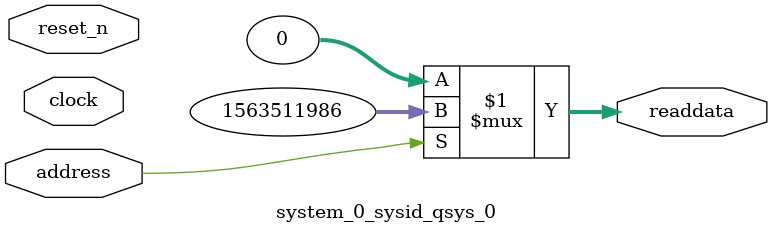
<source format=v>

`timescale 1ns / 1ps
// synthesis translate_on

// turn off superfluous verilog processor warnings 
// altera message_level Level1 
// altera message_off 10034 10035 10036 10037 10230 10240 10030 

module system_0_sysid_qsys_0 (
               // inputs:
                address,
                clock,
                reset_n,

               // outputs:
                readdata
             )
;

  output  [ 31: 0] readdata;
  input            address;
  input            clock;
  input            reset_n;

  wire    [ 31: 0] readdata;
  //control_slave, which is an e_avalon_slave
  assign readdata = address ? 1563511986 : 0;

endmodule




</source>
